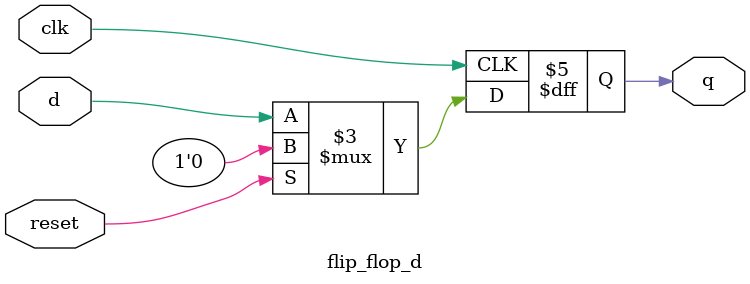
<source format=v>
`timescale 1ns / 1ps
module flip_flop_d(d,q,clk,reset);
input wire d ,clk,reset;
output reg q ;

always @(posedge clk)begin
    if(reset)
      q <= 1'b0 ;
    else
       q <= d ;
end
endmodule

</source>
